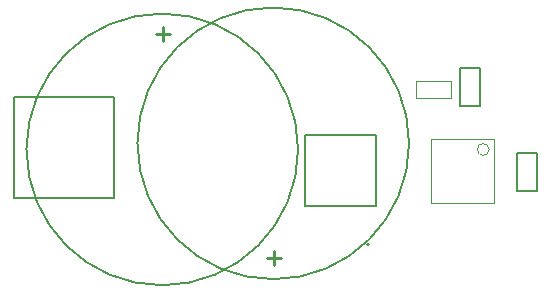
<source format=gbr>
%TF.GenerationSoftware,Altium Limited,Altium Designer,20.0.13 (296)*%
G04 Layer_Color=16711935*
%FSLAX45Y45*%
%MOMM*%
%TF.FileFunction,Other,Mechanical_13*%
%TF.Part,Single*%
G01*
G75*
%TA.AperFunction,NonConductor*%
%ADD20C,0.20000*%
%ADD21C,0.12700*%
%ADD22C,0.25400*%
%ADD34C,0.10000*%
D20*
X13321001Y5318600D02*
G03*
X13321001Y5318600I-10000J0D01*
G01*
D21*
X13659500Y6175300D02*
G03*
X13659500Y6175300I-1150000J0D01*
G01*
X12719700Y6123600D02*
G03*
X12719700Y6123600I-1150000J0D01*
G01*
X11163600Y5716200D02*
Y6566200D01*
X10313600D02*
X11163600D01*
X10313600Y5716200D02*
X11163600D01*
X10313600D02*
Y6566200D01*
X12781000Y6243600D02*
X13381000D01*
Y5643600D02*
Y6243600D01*
X12781000Y5643600D02*
X13381000D01*
X12781000D02*
Y6243600D01*
X14088200Y6490400D02*
X14258200D01*
X14088200Y6810400D02*
X14258200D01*
X14088200Y6490400D02*
Y6810400D01*
X14258200Y6490400D02*
Y6810400D01*
X14570799Y6090900D02*
X14740800D01*
X14570799Y5770900D02*
X14740800D01*
Y6090900D01*
X14570799Y5770900D02*
Y6090900D01*
D22*
X12515874Y5260881D02*
Y5142331D01*
X12575149Y5201606D02*
X12456600D01*
X11576074Y7038019D02*
Y7156569D01*
X11635349Y7097294D02*
X11516800D01*
D34*
X14337199Y6123600D02*
G03*
X14337199Y6123600I-50000J0D01*
G01*
X13842200Y6213600D02*
X14377200D01*
X13842200Y5673600D02*
X14377200D01*
Y6213600D01*
X13842200Y5673600D02*
Y6213600D01*
X13718401Y6699400D02*
X14018401D01*
X13718401Y6559400D02*
X14018401D01*
Y6699400D01*
X13718401Y6559400D02*
Y6699400D01*
%TF.MD5,65a6866b13e678322ba1610966af7996*%
M02*

</source>
